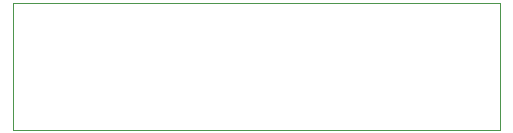
<source format=gbr>
%TF.GenerationSoftware,KiCad,Pcbnew,(5.1.2)-2*%
%TF.CreationDate,2020-03-28T11:47:37+08:00*%
%TF.ProjectId,ffp,6666702e-6b69-4636-9164-5f7063625858,1*%
%TF.SameCoordinates,Original*%
%TF.FileFunction,Profile,NP*%
%FSLAX46Y46*%
G04 Gerber Fmt 4.6, Leading zero omitted, Abs format (unit mm)*
G04 Created by KiCad (PCBNEW (5.1.2)-2) date 2020-03-28 11:47:37*
%MOMM*%
%LPD*%
G04 APERTURE LIST*
%ADD10C,0.050000*%
G04 APERTURE END LIST*
D10*
X153746200Y-114658140D02*
X153746200Y-125343920D01*
X153746200Y-125343920D02*
X112445800Y-125343920D01*
X153746200Y-114658140D02*
X112445800Y-114658140D01*
X112445800Y-114658140D02*
X112445800Y-125343920D01*
M02*

</source>
